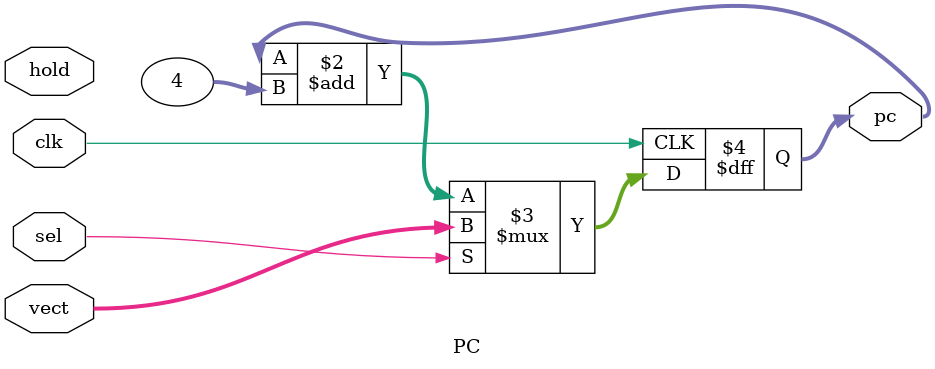
<source format=v>
`timescale 1ns / 1ps


module PC(
    input clk,
    input hold,
    input sel,
    input [31:0] vect,
    output reg [31:0] pc
    );
    always @(posedge clk) begin
        pc <= sel ? vect : pc + 32'd4;
    end
endmodule

</source>
